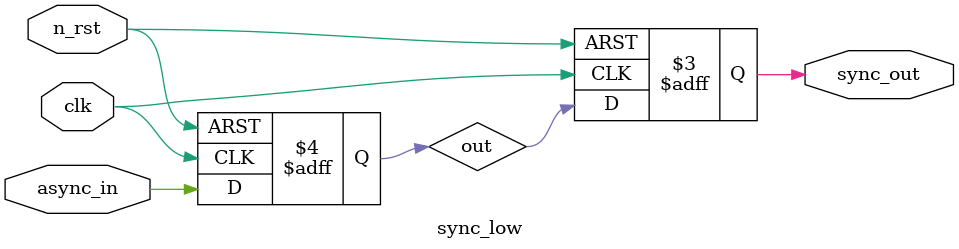
<source format=sv>

module sync_low
(
	input wire clk,
	input wire n_rst,
	input wire async_in,
	output reg sync_out
);

	reg out;

	always_ff @ (posedge clk, negedge n_rst)
	begin
		if (1'b0 == n_rst)
		begin
			out <= 1'b0;
			sync_out <= 1'b0;
		end
		else begin
			out <= async_in;
			sync_out <= out;
		end
	end

endmodule

</source>
